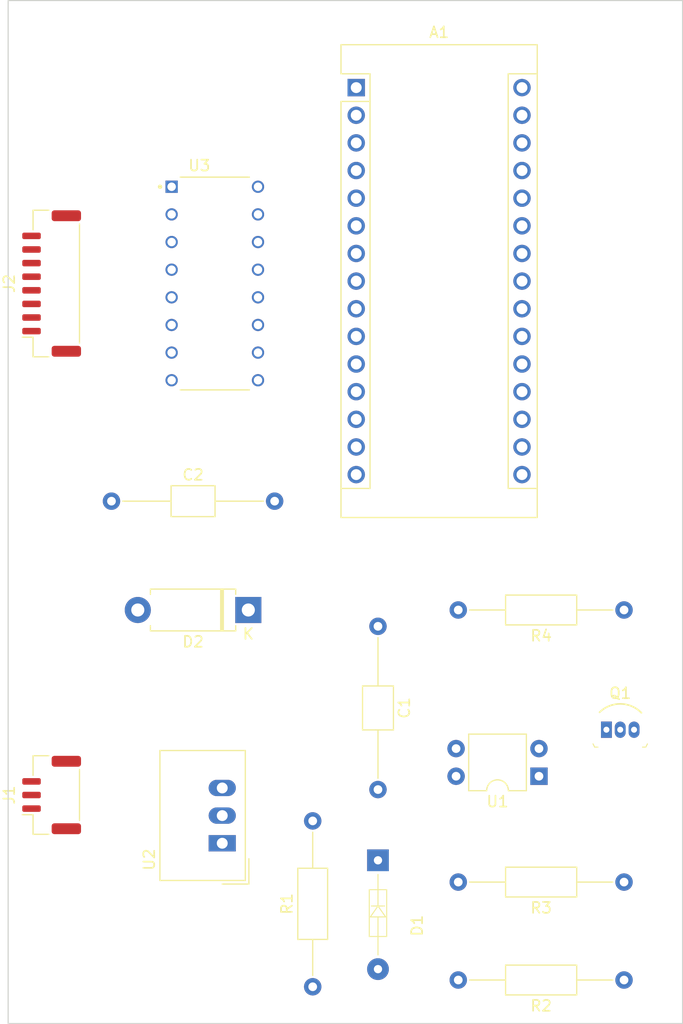
<source format=kicad_pcb>
(kicad_pcb (version 20221018) (generator pcbnew)
  (layers (0 "F.Cu" signal) (31 "B.Cu" signal) (34 "B.Paste" user) (35 "F.Paste" user) (36 "B.SilkS" user "B.Silkscreen") (37 "F.SilkS" user "F.Silkscreen") (38 "B.Mask" user) (39 "F.Mask" user) (44 "Edge.Cuts" user))
  (net 0 "")
  (net 4 "GND")
  (net 5 "Net-(A1-Pad5)")
  (net 6 "Net-(A1-Pad6)")
  (net 8 "Net-(A1-Pad8)")
  (net 9 "Net-(A1-Pad9)")
  (net 21 "Net-(A1-Pad21)")
  (net 22 "Net-(A1-Pad22)")
  (net 30 "Net-(D1-Pad1)")
  (net 31 "Net-(J1-Pad1)")
  (net 32 "Net-(Q1-Pad2)")
  (net 33 "+12V")
  (net 34 "Net-(R2-Pad2)")
  (net 35 "VCC")
  (net 36 "Net-(J2-Pad1)")
  (net 37 "Net-(J2-Pad2)")
  (net 38 "Net-(J2-Pad3)")
  (net 39 "Net-(J2-Pad4)")
  (net 40 "Net-(J2-Pad5)")
  (net 41 "Net-(J2-Pad6)")
  (net 42 "Net-(J2-Pad7)")
  (net 43 "Net-(J2-Pad8)")
  (net 45 "Net-(C1-Pad1)")
  (footprint "Capacitor_THT:C_Axial_L3.8mm_D2.6mm_P15.00mm_Horizontal" (layer "F.Cu") (at 126 124.5 -90)
    (fp_text reference "C1" (at 7.5 -2.42 90) (layer "F.SilkS"))
    (fp_text value "100uF")
    (fp_line (start 1.04 0) (end 5.48 0) (stroke (width 0.12)) (layer "F.SilkS"))
    (fp_line (start 5.48 -1.42) (end 5.48 1.42) (stroke (width 0.12)) (layer "F.SilkS"))
    (fp_line (start 5.48 1.42) (end 9.52 1.42) (stroke (width 0.12)) (layer "F.SilkS"))
    (fp_line (start 9.52 -1.42) (end 5.48 -1.42) (stroke (width 0.12)) (layer "F.SilkS"))
    (fp_line (start 9.52 1.42) (end 9.52 -1.42) (stroke (width 0.12)) (layer "F.SilkS"))
    (fp_line (start 13.96 0) (end 9.52 0) (stroke (width 0.12)) (layer "F.SilkS"))
    (pad "1" thru_hole circle (at 0 0 270) (size 1.6 1.6) (drill 0.8) (layers "*.Cu" "*.Mask") (net 45 "Net-(C1-Pad1)"))
    (pad "2" thru_hole oval (at 15 0 270) (size 1.6 1.6) (drill 0.8) (layers "*.Cu" "*.Mask") (net 4 "GND"))
  )
  (footprint "Connector_JST:JST_GH_SM08B-GHS-TB_1x08-1MP_P1.25mm_Horizontal" (layer "F.Cu") (at 96 93 90)
    (fp_text reference "J2" (at 0 -3.9 90) (layer "F.SilkS"))
    (fp_text value "Conn_01x08")
    (fp_line (start -6.735 -1.71) (end -4.935 -1.71) (stroke (width 0.12)) (layer "F.SilkS"))
    (fp_line (start -6.735 -0.26) (end -6.735 -1.71) (stroke (width 0.12)) (layer "F.SilkS"))
    (fp_line (start -5.465 2.56) (end 5.465 2.56) (stroke (width 0.12)) (layer "F.SilkS"))
    (fp_line (start -4.935 -1.71) (end -4.935 -2.7) (stroke (width 0.12)) (layer "F.SilkS"))
    (fp_line (start 6.735 -1.71) (end 4.935 -1.71) (stroke (width 0.12)) (layer "F.SilkS"))
    (fp_line (start 6.735 -0.26) (end 6.735 -1.71) (stroke (width 0.12)) (layer "F.SilkS"))
    (pad "1" smd roundrect (at -4.375 -1.85 90) (size 0.6 1.7) (layers "F.Cu" "F.Paste" "F.Mask") (net 36 "Net-(J2-Pad1)"))
    (pad "2" smd roundrect (at -3.125 -1.85 90) (size 0.6 1.7) (layers "F.Cu" "F.Paste" "F.Mask") (net 37 "Net-(J2-Pad2)"))
    (pad "3" smd roundrect (at -1.875 -1.85 90) (size 0.6 1.7) (layers "F.Cu" "F.Paste" "F.Mask") (net 38 "Net-(J2-Pad3)"))
    (pad "4" smd roundrect (at -0.625 -1.85 90) (size 0.6 1.7) (layers "F.Cu" "F.Paste" "F.Mask") (net 39 "Net-(J2-Pad4)"))
    (pad "5" smd roundrect (at 0.625 -1.85 90) (size 0.6 1.7) (layers "F.Cu" "F.Paste" "F.Mask") (net 40 "Net-(J2-Pad5)"))
    (pad "6" smd roundrect (at 1.875 -1.85 90) (size 0.6 1.7) (layers "F.Cu" "F.Paste" "F.Mask") (net 41 "Net-(J2-Pad6)"))
    (pad "7" smd roundrect (at 3.125 -1.85 90) (size 0.6 1.7) (layers "F.Cu" "F.Paste" "F.Mask") (net 42 "Net-(J2-Pad7)"))
    (pad "8" smd roundrect (at 4.375 -1.85 90) (size 0.6 1.7) (layers "F.Cu" "F.Paste" "F.Mask") (net 43 "Net-(J2-Pad8)"))
    (pad "MP" smd roundrect (at -6.225 1.35 90) (size 1 2.7) (layers "F.Cu" "F.Paste" "F.Mask"))
    (pad "MP" smd roundrect (at 6.225 1.35 90) (size 1 2.7) (layers "F.Cu" "F.Paste" "F.Mask"))
  )
  (footprint "Package_DIP:DIP-4_W7.62mm" (layer "F.Cu") (at 140.8 138.275 180)
    (fp_text reference "U1" (at 3.81 -2.33) (layer "F.SilkS"))
    (fp_text value "SFH617A-2")
    (fp_line (start 1.16 -1.33) (end 1.16 3.87) (stroke (width 0.12)) (layer "F.SilkS"))
    (fp_line (start 1.16 3.87) (end 6.46 3.87) (stroke (width 0.12)) (layer "F.SilkS"))
    (fp_line (start 2.81 -1.33) (end 1.16 -1.33) (stroke (width 0.12)) (layer "F.SilkS"))
    (fp_line (start 6.46 -1.33) (end 4.81 -1.33) (stroke (width 0.12)) (layer "F.SilkS"))
    (fp_line (start 6.46 3.87) (end 6.46 -1.33) (stroke (width 0.12)) (layer "F.SilkS"))
    (fp_arc (start 4.81 -1.33) (mid 3.81 -0.33) (end 2.81 -1.33) (stroke (width 0.12)) (layer "F.SilkS"))
    (pad "1" thru_hole rect (at 0 0 180) (size 1.6 1.6) (drill 0.8) (layers "*.Cu" "*.Mask") (net 30 "Net-(D1-Pad1)"))
    (pad "2" thru_hole oval (at 0 2.54 180) (size 1.6 1.6) (drill 0.8) (layers "*.Cu" "*.Mask") (net 4 "GND"))
    (pad "3" thru_hole oval (at 7.62 2.54 180) (size 1.6 1.6) (drill 0.8) (layers "*.Cu" "*.Mask") (net 4 "GND"))
    (pad "4" thru_hole oval (at 7.62 0 180) (size 1.6 1.6) (drill 0.8) (layers "*.Cu" "*.Mask") (net 34 "Net-(R2-Pad2)"))
  )
  (footprint "digikey-footprints:Diode_DO-35_P10mm" (layer "F.Cu") (at 126 146 -90)
    (fp_text reference "D1" (at 6 -3.6 90) (layer "F.SilkS"))
    (fp_text value "1N4148")
    (fp_line (start 1.3 0) (end 2.7 0) (stroke (width 0.1)) (layer "F.SilkS"))
    (fp_line (start 2.7 -0.8) (end 7 -0.8) (stroke (width 0.1)) (layer "F.SilkS"))
    (fp_line (start 2.7 0) (end 2.7 -0.8) (stroke (width 0.1)) (layer "F.SilkS"))
    (fp_line (start 2.7 0) (end 2.7 0.8) (stroke (width 0.1)) (layer "F.SilkS"))
    (fp_line (start 2.7 0.8) (end 7 0.8) (stroke (width 0.1)) (layer "F.SilkS"))
    (fp_line (start 3.5 0) (end 2.7 0) (stroke (width 0.1)) (layer "F.SilkS"))
    (fp_line (start 4.2 0) (end 3.5 0) (stroke (width 0.1)) (layer "F.SilkS"))
    (fp_line (start 4.2 0) (end 4.2 -0.6) (stroke (width 0.1)) (layer "F.SilkS"))
    (fp_line (start 4.2 0) (end 4.2 0.6) (stroke (width 0.1)) (layer "F.SilkS"))
    (fp_line (start 4.2 0) (end 5.2 -0.7) (stroke (width 0.1)) (layer "F.SilkS"))
    (fp_line (start 5.2 -0.7) (end 5.2 0.7) (stroke (width 0.1)) (layer "F.SilkS"))
    (fp_line (start 5.2 0.7) (end 4.2 0) (stroke (width 0.1)) (layer "F.SilkS"))
    (fp_line (start 7 -0.8) (end 7 0) (stroke (width 0.1)) (layer "F.SilkS"))
    (fp_line (start 7 0) (end 5.2 0) (stroke (width 0.1)) (layer "F.SilkS"))
    (fp_line (start 7 0.8) (end 7 0) (stroke (width 0.1)) (layer "F.SilkS"))
    (fp_line (start 8.7 0) (end 7 0) (stroke (width 0.1)) (layer "F.SilkS"))
    (pad "1" thru_hole rect (at 0 0 270) (size 2 2) (drill 0.76) (layers "*.Cu" "*.Mask") (net 30 "Net-(D1-Pad1)"))
    (pad "2" thru_hole circle (at 10 0 270) (size 2 2) (drill 0.76) (layers "*.Cu" "*.Mask") (net 4 "GND"))
  )
  (footprint "Resistor_THT:R_Axial_DIN0207_L6.3mm_D2.5mm_P15.24mm_Horizontal" (layer "F.Cu") (at 148.62 148 180)
    (fp_text reference "R3" (at 7.62 -2.37) (layer "F.SilkS"))
    (fp_text value "47k")
    (fp_line (start 1.04 0) (end 4.35 0) (stroke (width 0.12)) (layer "F.SilkS"))
    (fp_line (start 4.35 -1.37) (end 4.35 1.37) (stroke (width 0.12)) (layer "F.SilkS"))
    (fp_line (start 4.35 1.37) (end 10.89 1.37) (stroke (width 0.12)) (layer "F.SilkS"))
    (fp_line (start 10.89 -1.37) (end 4.35 -1.37) (stroke (width 0.12)) (layer "F.SilkS"))
    (fp_line (start 10.89 1.37) (end 10.89 -1.37) (stroke (width 0.12)) (layer "F.SilkS"))
    (fp_line (start 14.2 0) (end 10.89 0) (stroke (width 0.12)) (layer "F.SilkS"))
    (pad "1" thru_hole circle (at 0 0 180) (size 1.6 1.6) (drill 0.8) (layers "*.Cu" "*.Mask") (net 32 "Net-(Q1-Pad2)"))
    (pad "2" thru_hole oval (at 15.24 0 180) (size 1.6 1.6) (drill 0.8) (layers "*.Cu" "*.Mask") (net 34 "Net-(R2-Pad2)"))
  )
  (footprint "Resistor_THT:R_Axial_DIN0207_L6.3mm_D2.5mm_P15.24mm_Horizontal" (layer "F.Cu") (at 148.62 157 180)
    (fp_text reference "R2" (at 7.62 -2.37) (layer "F.SilkS"))
    (fp_text value "10k")
    (fp_line (start 1.04 0) (end 4.35 0) (stroke (width 0.12)) (layer "F.SilkS"))
    (fp_line (start 4.35 -1.37) (end 4.35 1.37) (stroke (width 0.12)) (layer "F.SilkS"))
    (fp_line (start 4.35 1.37) (end 10.89 1.37) (stroke (width 0.12)) (layer "F.SilkS"))
    (fp_line (start 10.89 -1.37) (end 4.35 -1.37) (stroke (width 0.12)) (layer "F.SilkS"))
    (fp_line (start 10.89 1.37) (end 10.89 -1.37) (stroke (width 0.12)) (layer "F.SilkS"))
    (fp_line (start 14.2 0) (end 10.89 0) (stroke (width 0.12)) (layer "F.SilkS"))
    (pad "1" thru_hole circle (at 0 0 180) (size 1.6 1.6) (drill 0.8) (layers "*.Cu" "*.Mask") (net 35 "VCC"))
    (pad "2" thru_hole oval (at 15.24 0 180) (size 1.6 1.6) (drill 0.8) (layers "*.Cu" "*.Mask") (net 34 "Net-(R2-Pad2)"))
  )
  (footprint "Module:Arduino_Nano" (layer "F.Cu") (at 124 75)
    (fp_text reference "A1" (at 7.62 -5.08) (layer "F.SilkS"))
    (fp_text value "Arduino_Nano_v3.x")
    (fp_line (start -1.4 -3.94) (end -1.4 -1.27) (stroke (width 0.12)) (layer "F.SilkS"))
    (fp_line (start -1.4 1.27) (end -1.4 39.5) (stroke (width 0.12)) (layer "F.SilkS"))
    (fp_line (start -1.4 39.5) (end 16.64 39.5) (stroke (width 0.12)) (layer "F.SilkS"))
    (fp_line (start 1.27 -1.27) (end -1.4 -1.27) (stroke (width 0.12)) (layer "F.SilkS"))
    (fp_line (start 1.27 1.27) (end -1.4 1.27) (stroke (width 0.12)) (layer "F.SilkS"))
    (fp_line (start 1.27 1.27) (end 1.27 -1.27) (stroke (width 0.12)) (layer "F.SilkS"))
    (fp_line (start 1.27 1.27) (end 1.27 36.83) (stroke (width 0.12)) (layer "F.SilkS"))
    (fp_line (start 1.27 36.83) (end -1.4 36.83) (stroke (width 0.12)) (layer "F.SilkS"))
    (fp_line (start 13.97 -1.27) (end 13.97 36.83) (stroke (width 0.12)) (layer "F.SilkS"))
    (fp_line (start 13.97 -1.27) (end 16.64 -1.27) (stroke (width 0.12)) (layer "F.SilkS"))
    (fp_line (start 13.97 36.83) (end 16.64 36.83) (stroke (width 0.12)) (layer "F.SilkS"))
    (fp_line (start 16.64 -3.94) (end -1.4 -3.94) (stroke (width 0.12)) (layer "F.SilkS"))
    (fp_line (start 16.64 39.5) (end 16.64 -3.94) (stroke (width 0.12)) (layer "F.SilkS"))
    (pad "1" thru_hole rect (at 0 0) (size 1.6 1.6) (drill 1) (layers "*.Cu" "*.Mask"))
    (pad "2" thru_hole oval (at 0 2.54) (size 1.6 1.6) (drill 1) (layers "*.Cu" "*.Mask"))
    (pad "3" thru_hole oval (at 0 5.08) (size 1.6 1.6) (drill 1) (layers "*.Cu" "*.Mask"))
    (pad "4" thru_hole oval (at 0 7.62) (size 1.6 1.6) (drill 1) (layers "*.Cu" "*.Mask") (net 4 "GND"))
    (pad "5" thru_hole oval (at 0 10.16) (size 1.6 1.6) (drill 1) (layers "*.Cu" "*.Mask") (net 5 "Net-(A1-Pad5)"))
    (pad "6" thru_hole oval (at 0 12.7) (size 1.6 1.6) (drill 1) (layers "*.Cu" "*.Mask") (net 6 "Net-(A1-Pad6)"))
    (pad "7" thru_hole oval (at 0 15.24) (size 1.6 1.6) (drill 1) (layers "*.Cu" "*.Mask"))
    (pad "8" thru_hole oval (at 0 17.78) (size 1.6 1.6) (drill 1) (layers "*.Cu" "*.Mask") (net 8 "Net-(A1-Pad8)"))
    (pad "9" thru_hole oval (at 0 20.32) (size 1.6 1.6) (drill 1) (layers "*.Cu" "*.Mask") (net 9 "Net-(A1-Pad9)"))
    (pad "10" thru_hole oval (at 0 22.86) (size 1.6 1.6) (drill 1) (layers "*.Cu" "*.Mask"))
    (pad "11" thru_hole oval (at 0 25.4) (size 1.6 1.6) (drill 1) (layers "*.Cu" "*.Mask"))
    (pad "12" thru_hole oval (at 0 27.94) (size 1.6 1.6) (drill 1) (layers "*.Cu" "*.Mask"))
    (pad "13" thru_hole oval (at 0 30.48) (size 1.6 1.6) (drill 1) (layers "*.Cu" "*.Mask"))
    (pad "14" thru_hole oval (at 0 33.02) (size 1.6 1.6) (drill 1) (layers "*.Cu" "*.Mask"))
    (pad "15" thru_hole oval (at 0 35.56) (size 1.6 1.6) (drill 1) (layers "*.Cu" "*.Mask"))
    (pad "16" thru_hole oval (at 15.24 35.56) (size 1.6 1.6) (drill 1) (layers "*.Cu" "*.Mask"))
    (pad "17" thru_hole oval (at 15.24 33.02) (size 1.6 1.6) (drill 1) (layers "*.Cu" "*.Mask"))
    (pad "18" thru_hole oval (at 15.24 30.48) (size 1.6 1.6) (drill 1) (layers "*.Cu" "*.Mask"))
    (pad "19" thru_hole oval (at 15.24 27.94) (size 1.6 1.6) (drill 1) (layers "*.Cu" "*.Mask"))
    (pad "20" thru_hole oval (at 15.24 25.4) (size 1.6 1.6) (drill 1) (layers "*.Cu" "*.Mask"))
    (pad "21" thru_hole oval (at 15.24 22.86) (size 1.6 1.6) (drill 1) (layers "*.Cu" "*.Mask") (net 21 "Net-(A1-Pad21)"))
    (pad "22" thru_hole oval (at 15.24 20.32) (size 1.6 1.6) (drill 1) (layers "*.Cu" "*.Mask") (net 22 "Net-(A1-Pad22)"))
    (pad "23" thru_hole oval (at 15.24 17.78) (size 1.6 1.6) (drill 1) (layers "*.Cu" "*.Mask"))
    (pad "24" thru_hole oval (at 15.24 15.24) (size 1.6 1.6) (drill 1) (layers "*.Cu" "*.Mask"))
    (pad "25" thru_hole oval (at 15.24 12.7) (size 1.6 1.6) (drill 1) (layers "*.Cu" "*.Mask"))
    (pad "26" thru_hole oval (at 15.24 10.16) (size 1.6 1.6) (drill 1) (layers "*.Cu" "*.Mask"))
    (pad "27" thru_hole oval (at 15.24 7.62) (size 1.6 1.6) (drill 1) (layers "*.Cu" "*.Mask") (net 35 "VCC"))
    (pad "28" thru_hole oval (at 15.24 5.08) (size 1.6 1.6) (drill 1) (layers "*.Cu" "*.Mask"))
    (pad "29" thru_hole oval (at 15.24 2.54) (size 1.6 1.6) (drill 1) (layers "*.Cu" "*.Mask"))
    (pad "30" thru_hole oval (at 15.24 0) (size 1.6 1.6) (drill 1) (layers "*.Cu" "*.Mask"))
  )
  (footprint "digikey-footprints:TO-92-3" (layer "F.Cu") (at 147 134)
    (fp_text reference "Q1" (at 1.27 -3.35) (layer "F.SilkS"))
    (fp_text value "2N3906")
    (fp_line (start -1.08 1.6) (end -1.23 1.3) (stroke (width 0.1)) (layer "F.SilkS"))
    (fp_line (start -0.78 1.6) (end -1.08 1.6) (stroke (width 0.1)) (layer "F.SilkS"))
    (fp_line (start 3.62 1.6) (end 3.32 1.6) (stroke (width 0.1)) (layer "F.SilkS"))
    (fp_line (start 3.62 1.6) (end 3.77 1.3) (stroke (width 0.1)) (layer "F.SilkS"))
    (fp_arc (start -0.63 -1.6) (mid 1.305355 -2.372361) (end 3.22 -1.55) (stroke (width 0.15)) (layer "F.SilkS"))
    (pad "1" thru_hole rect (at 0 0 180) (size 1 1.5) (drill 0.55) (layers "*.Cu" "*.Mask") (net 35 "VCC"))
    (pad "2" thru_hole oval (at 1.27 0 180) (size 1 1.5) (drill 0.55) (layers "*.Cu" "*.Mask") (net 32 "Net-(Q1-Pad2)"))
    (pad "3" thru_hole oval (at 2.54 0 180) (size 1 1.5) (drill 0.55) (layers "*.Cu" "*.Mask") (net 5 "Net-(A1-Pad5)"))
  )
  (footprint "tpic6c596n:DIP794W45P254L1969H508Q16" (layer "F.Cu") (at 111 93)
    (fp_text reference "U3" (at -1.425 -10.835) (layer "F.SilkS"))
    (fp_text value "TPIC6C596N")
    (fp_line (start -3.175 -9.775) (end 3.175 -9.775) (stroke (width 0.127)) (layer "F.SilkS"))
    (fp_line (start -3.175 9.775) (end 3.175 9.775) (stroke (width 0.127)) (layer "F.SilkS"))
    (fp_circle (center -5.035 -8.89) (end -4.935 -8.89) (stroke (width 0.2)) (fill none) (layer "F.SilkS"))
    (pad "1" thru_hole rect (at -3.97 -8.89) (size 1.13 1.13) (drill 0.78) (layers "*.Cu" "*.Mask") (net 35 "VCC"))
    (pad "2" thru_hole circle (at -3.97 -6.35) (size 1.13 1.13) (drill 0.78) (layers "*.Cu" "*.Mask") (net 8 "Net-(A1-Pad8)"))
    (pad "3" thru_hole circle (at -3.97 -3.81) (size 1.13 1.13) (drill 0.78) (layers "*.Cu" "*.Mask") (net 36 "Net-(J2-Pad1)"))
    (pad "4" thru_hole circle (at -3.97 -1.27) (size 1.13 1.13) (drill 0.78) (layers "*.Cu" "*.Mask") (net 37 "Net-(J2-Pad2)"))
    (pad "5" thru_hole circle (at -3.97 1.27) (size 1.13 1.13) (drill 0.78) (layers "*.Cu" "*.Mask") (net 38 "Net-(J2-Pad3)"))
    (pad "6" thru_hole circle (at -3.97 3.81) (size 1.13 1.13) (drill 0.78) (layers "*.Cu" "*.Mask") (net 39 "Net-(J2-Pad4)"))
    (pad "7" thru_hole circle (at -3.97 6.35) (size 1.13 1.13) (drill 0.78) (layers "*.Cu" "*.Mask") (net 22 "Net-(A1-Pad22)"))
    (pad "8" thru_hole circle (at -3.97 8.89) (size 1.13 1.13) (drill 0.78) (layers "*.Cu" "*.Mask") (net 21 "Net-(A1-Pad21)"))
    (pad "9" thru_hole circle (at 3.97 8.89) (size 1.13 1.13) (drill 0.78) (layers "*.Cu" "*.Mask"))
    (pad "10" thru_hole circle (at 3.97 6.35) (size 1.13 1.13) (drill 0.78) (layers "*.Cu" "*.Mask") (net 9 "Net-(A1-Pad9)"))
    (pad "11" thru_hole circle (at 3.97 3.81) (size 1.13 1.13) (drill 0.78) (layers "*.Cu" "*.Mask") (net 40 "Net-(J2-Pad5)"))
    (pad "12" thru_hole circle (at 3.97 1.27) (size 1.13 1.13) (drill 0.78) (layers "*.Cu" "*.Mask") (net 41 "Net-(J2-Pad6)"))
    (pad "13" thru_hole circle (at 3.97 -1.27) (size 1.13 1.13) (drill 0.78) (layers "*.Cu" "*.Mask") (net 42 "Net-(J2-Pad7)"))
    (pad "14" thru_hole circle (at 3.97 -3.81) (size 1.13 1.13) (drill 0.78) (layers "*.Cu" "*.Mask") (net 43 "Net-(J2-Pad8)"))
    (pad "15" thru_hole circle (at 3.97 -6.35) (size 1.13 1.13) (drill 0.78) (layers "*.Cu" "*.Mask") (net 6 "Net-(A1-Pad6)"))
    (pad "16" thru_hole circle (at 3.97 -8.89) (size 1.13 1.13) (drill 0.78) (layers "*.Cu" "*.Mask") (net 4 "GND"))
  )
  (footprint "Resistor_THT:R_Axial_DIN0207_L6.3mm_D2.5mm_P15.24mm_Horizontal" (layer "F.Cu") (at 120 157.62 90)
    (fp_text reference "R1" (at 7.62 -2.37 90) (layer "F.SilkS"))
    (fp_text value "7.5k")
    (fp_line (start 1.04 0) (end 4.35 0) (stroke (width 0.12)) (layer "F.SilkS"))
    (fp_line (start 4.35 -1.37) (end 4.35 1.37) (stroke (width 0.12)) (layer "F.SilkS"))
    (fp_line (start 4.35 1.37) (end 10.89 1.37) (stroke (width 0.12)) (layer "F.SilkS"))
    (fp_line (start 10.89 -1.37) (end 4.35 -1.37) (stroke (width 0.12)) (layer "F.SilkS"))
    (fp_line (start 10.89 1.37) (end 10.89 -1.37) (stroke (width 0.12)) (layer "F.SilkS"))
    (fp_line (start 14.2 0) (end 10.89 0) (stroke (width 0.12)) (layer "F.SilkS"))
    (pad "1" thru_hole circle (at 0 0 90) (size 1.6 1.6) (drill 0.8) (layers "*.Cu" "*.Mask") (net 31 "Net-(J1-Pad1)"))
    (pad "2" thru_hole oval (at 15.24 0 90) (size 1.6 1.6) (drill 0.8) (layers "*.Cu" "*.Mask") (net 30 "Net-(D1-Pad1)"))
  )
  (footprint "Resistor_THT:R_Axial_DIN0207_L6.3mm_D2.5mm_P15.24mm_Horizontal" (layer "F.Cu") (at 148.62 123 180)
    (fp_text reference "R4" (at 7.62 -2.37) (layer "F.SilkS"))
    (fp_text value "10k")
    (fp_line (start 1.04 0) (end 4.35 0) (stroke (width 0.12)) (layer "F.SilkS"))
    (fp_line (start 4.35 -1.37) (end 4.35 1.37) (stroke (width 0.12)) (layer "F.SilkS"))
    (fp_line (start 4.35 1.37) (end 10.89 1.37) (stroke (width 0.12)) (layer "F.SilkS"))
    (fp_line (start 10.89 -1.37) (end 4.35 -1.37) (stroke (width 0.12)) (layer "F.SilkS"))
    (fp_line (start 10.89 1.37) (end 10.89 -1.37) (stroke (width 0.12)) (layer "F.SilkS"))
    (fp_line (start 14.2 0) (end 10.89 0) (stroke (width 0.12)) (layer "F.SilkS"))
    (pad "1" thru_hole circle (at 0 0 180) (size 1.6 1.6) (drill 0.8) (layers "*.Cu" "*.Mask") (net 5 "Net-(A1-Pad5)"))
    (pad "2" thru_hole oval (at 15.24 0 180) (size 1.6 1.6) (drill 0.8) (layers "*.Cu" "*.Mask") (net 4 "GND"))
  )
  (footprint "Converter_DCDC:Converter_DCDC_TRACO_TSR-1_THT" (layer "F.Cu") (at 111.6825 144.4325 90)
    (fp_text reference "U2" (at -1.5 -6.71 90) (layer "F.SilkS"))
    (fp_text value "TSR_1-2450")
    (fp_line (start -3.75 0) (end -3.75 2.45) (stroke (width 0.12)) (layer "F.SilkS"))
    (fp_line (start -3.75 2.45) (end -1.42 2.45) (stroke (width 0.12)) (layer "F.SilkS"))
    (fp_line (start -3.42 -5.73) (end 8.52 -5.73) (stroke (width 0.12)) (layer "F.SilkS"))
    (fp_line (start -3.42 2.12) (end -3.42 -5.73) (stroke (width 0.12)) (layer "F.SilkS"))
    (fp_line (start 8.52 -5.73) (end 8.52 2.12) (stroke (width 0.12)) (layer "F.SilkS"))
    (fp_line (start 8.52 2.12) (end -3.42 2.12) (stroke (width 0.12)) (layer "F.SilkS"))
    (pad "1" thru_hole rect (at 0 0 90) (size 1.5 2.5) (drill 1) (layers "*.Cu" "*.Mask") (net 45 "Net-(C1-Pad1)"))
    (pad "2" thru_hole oval (at 2.54 0 90) (size 1.5 2.5) (drill 1) (layers "*.Cu" "*.Mask") (net 4 "GND"))
    (pad "3" thru_hole oval (at 5.08 0 90) (size 1.5 2.5) (drill 1) (layers "*.Cu" "*.Mask") (net 35 "VCC"))
  )
  (footprint "Connector_JST:JST_GH_SM03B-GHS-TB_1x03-1MP_P1.25mm_Horizontal" (layer "F.Cu") (at 96 140 90)
    (fp_text reference "J1" (at 0 -3.9 90) (layer "F.SilkS"))
    (fp_text value "Conn_01x03")
    (fp_line (start -3.61 -1.71) (end -1.81 -1.71) (stroke (width 0.12)) (layer "F.SilkS"))
    (fp_line (start -3.61 -0.26) (end -3.61 -1.71) (stroke (width 0.12)) (layer "F.SilkS"))
    (fp_line (start -2.34 2.56) (end 2.34 2.56) (stroke (width 0.12)) (layer "F.SilkS"))
    (fp_line (start -1.81 -1.71) (end -1.81 -2.7) (stroke (width 0.12)) (layer "F.SilkS"))
    (fp_line (start 3.61 -1.71) (end 1.81 -1.71) (stroke (width 0.12)) (layer "F.SilkS"))
    (fp_line (start 3.61 -0.26) (end 3.61 -1.71) (stroke (width 0.12)) (layer "F.SilkS"))
    (pad "1" smd roundrect (at -1.25 -1.85 90) (size 0.6 1.7) (layers "F.Cu" "F.Paste" "F.Mask") (net 31 "Net-(J1-Pad1)"))
    (pad "2" smd roundrect (at 0 -1.85 90) (size 0.6 1.7) (layers "F.Cu" "F.Paste" "F.Mask") (net 4 "GND"))
    (pad "3" smd roundrect (at 1.25 -1.85 90) (size 0.6 1.7) (layers "F.Cu" "F.Paste" "F.Mask") (net 33 "+12V"))
    (pad "MP" smd roundrect (at -3.1 1.35 90) (size 1 2.7) (layers "F.Cu" "F.Paste" "F.Mask"))
    (pad "MP" smd roundrect (at 3.1 1.35 90) (size 1 2.7) (layers "F.Cu" "F.Paste" "F.Mask"))
  )
  (footprint "Diode_THT:D_DO-15_P10.16mm_Horizontal" (layer "F.Cu") (at 114.08 123 180)
    (fp_text reference "D2" (at 5.08 -2.92) (layer "F.SilkS"))
    (fp_text value "D_Schottky")
    (fp_text user "K" (at 0 -2.2) (layer "F.SilkS"))
    (fp_line (start 1.16 -1.92) (end 9 -1.92) (stroke (width 0.12)) (layer "F.SilkS"))
    (fp_line (start 1.16 -1.44) (end 1.16 -1.92) (stroke (width 0.12)) (layer "F.SilkS"))
    (fp_line (start 1.16 1.44) (end 1.16 1.92) (stroke (width 0.12)) (layer "F.SilkS"))
    (fp_line (start 1.16 1.92) (end 9 1.92) (stroke (width 0.12)) (layer "F.SilkS"))
    (fp_line (start 2.3 -1.92) (end 2.3 1.92) (stroke (width 0.12)) (layer "F.SilkS"))
    (fp_line (start 2.42 -1.92) (end 2.42 1.92) (stroke (width 0.12)) (layer "F.SilkS"))
    (fp_line (start 2.54 -1.92) (end 2.54 1.92) (stroke (width 0.12)) (layer "F.SilkS"))
    (fp_line (start 9 -1.92) (end 9 -1.44) (stroke (width 0.12)) (layer "F.SilkS"))
    (fp_line (start 9 1.92) (end 9 1.44) (stroke (width 0.12)) (layer "F.SilkS"))
    (pad "1" thru_hole rect (at 0 0 180) (size 2.4 2.4) (drill 1.2) (layers "*.Cu" "*.Mask") (net 45 "Net-(C1-Pad1)"))
    (pad "2" thru_hole oval (at 10.16 0 180) (size 2.4 2.4) (drill 1.2) (layers "*.Cu" "*.Mask") (net 33 "+12V"))
  )
  (footprint "Capacitor_THT:C_Axial_L3.8mm_D2.6mm_P15.00mm_Horizontal" (layer "F.Cu") (at 101.5 113)
    (fp_text reference "C2" (at 7.5 -2.42) (layer "F.SilkS"))
    (fp_text value "1000uF")
    (fp_line (start 1.04 0) (end 5.48 0) (stroke (width 0.12)) (layer "F.SilkS"))
    (fp_line (start 5.48 -1.42) (end 5.48 1.42) (stroke (width 0.12)) (layer "F.SilkS"))
    (fp_line (start 5.48 1.42) (end 9.52 1.42) (stroke (width 0.12)) (layer "F.SilkS"))
    (fp_line (start 9.52 -1.42) (end 5.48 -1.42) (stroke (width 0.12)) (layer "F.SilkS"))
    (fp_line (start 9.52 1.42) (end 9.52 -1.42) (stroke (width 0.12)) (layer "F.SilkS"))
    (fp_line (start 13.96 0) (end 9.52 0) (stroke (width 0.12)) (layer "F.SilkS"))
    (pad "1" thru_hole circle (at 0 0) (size 1.6 1.6) (drill 0.8) (layers "*.Cu" "*.Mask") (net 35 "VCC"))
    (pad "2" thru_hole oval (at 15 0) (size 1.6 1.6) (drill 0.8) (layers "*.Cu" "*.Mask") (net 4 "GND"))
  )
  (gr_rect (start 92 67) (end 154 161) (stroke (width 0.1)) (fill none) (layer "Edge.Cuts"))
)
</source>
